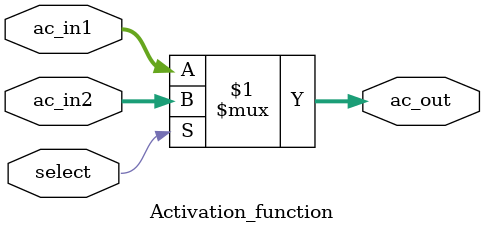
<source format=v>
module Activation_function(ac_in1, ac_in2, select, ac_out);	

	// Inputs: Two 32-bit operands and a selection signal
	input [31:0] ac_in1, ac_in2;
	input select;
	// Output: Result of the activation function, a 32-bit value
	output [31:0] ac_out;

	// Assign the output based on the value of the 'select' signal
	assign ac_out = (select) ? ac_in2 : ac_in1;
	// If 'select' is 1, then ac_out receives ac_in2; otherwise, ac_out receives ac_in1
	// In other words, if 'select' is 1, output ac_out is set to 32'b0 (ac_in2),
	// and if 'select' is 0, output ac_out is set to ac_in1
    
endmodule
</source>
